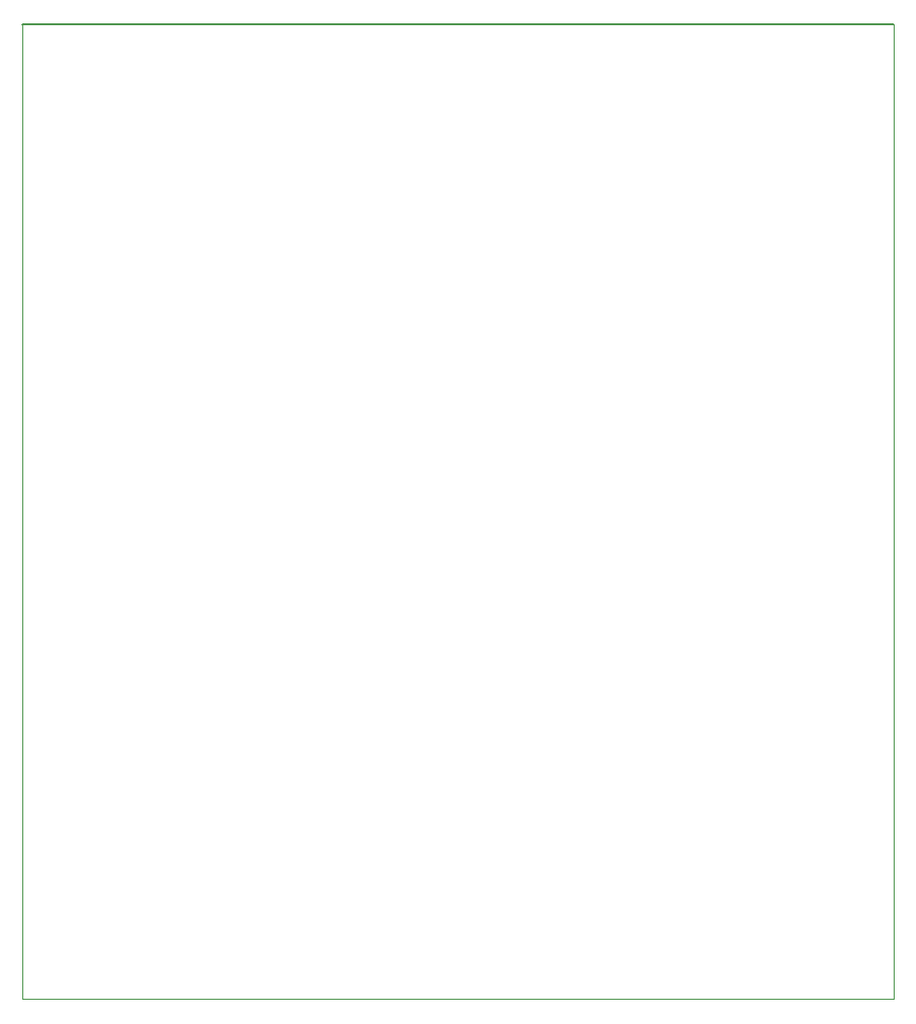
<source format=gbr>
G04 #@! TF.GenerationSoftware,KiCad,Pcbnew,(5.1.4)-1*
G04 #@! TF.CreationDate,2020-01-17T14:41:42+02:00*
G04 #@! TF.ProjectId,flypi_v2,666c7970-695f-4763-922e-6b696361645f,rev?*
G04 #@! TF.SameCoordinates,Original*
G04 #@! TF.FileFunction,Profile,NP*
%FSLAX46Y46*%
G04 Gerber Fmt 4.6, Leading zero omitted, Abs format (unit mm)*
G04 Created by KiCad (PCBNEW (5.1.4)-1) date 2020-01-17 14:41:42*
%MOMM*%
%LPD*%
G04 APERTURE LIST*
%ADD10C,0.100000*%
%ADD11C,0.150000*%
G04 APERTURE END LIST*
D10*
X135000000Y-60000000D02*
X135000000Y-145000000D01*
X211000000Y-145000000D02*
X211000000Y-60000000D01*
X211000000Y-145000000D02*
X135000000Y-145000000D01*
D11*
X135000000Y-60000000D02*
X211000000Y-60000000D01*
M02*

</source>
